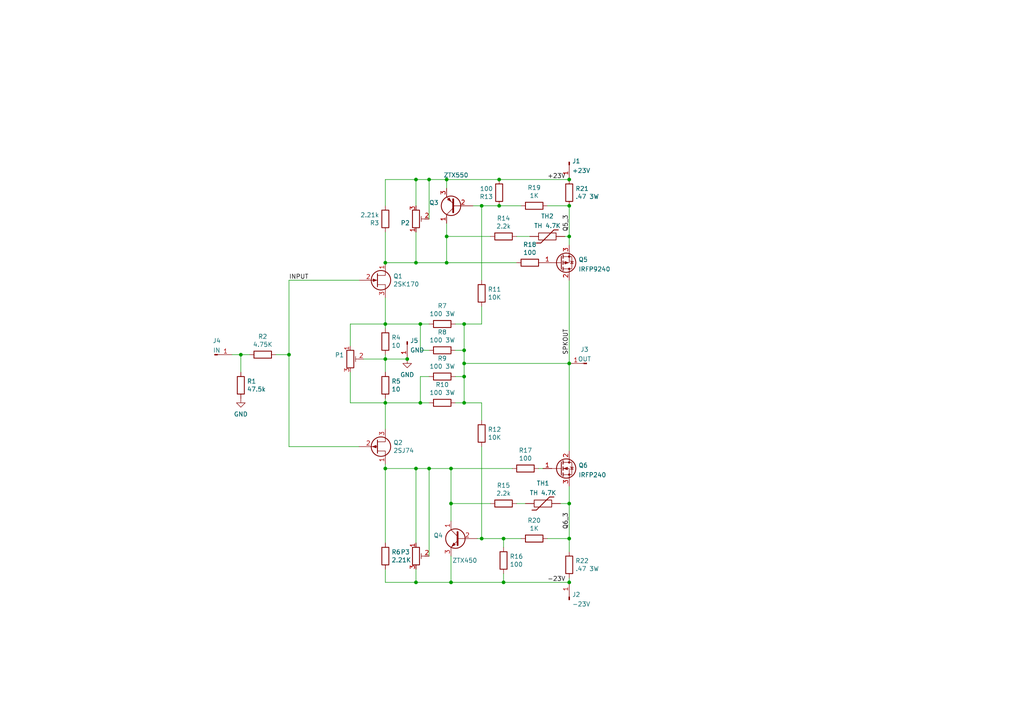
<source format=kicad_sch>
(kicad_sch (version 20211123) (generator eeschema)
  (paper "A4")
  (lib_symbols
    (symbol "Connector:Conn_01x01_Male" (pin_names (offset 1.016) hide)
      (property "Reference" "J" (at 0 2.54 0))
      (property "Value" "Conn_01x01_Male" (at 0 -2.54 0))
      (symbol "Conn_01x01_Male_1_1"
        (polyline (pts (xy 1.27 0) (xy 0.8636 0)) (stroke (width 0.1524)))
        (rectangle (start 0.8636 0.127) (end 0 -0.127) (stroke (width 0.1524)) (fill (type outline)))
        (pin passive line (at 5.08 0 180) (length 3.81) (name "Pin_1") (number "1"))
      )
    )
    (symbol "Device:Q_NJFET_DGS" (pin_names (offset 0) hide)
      (property "Reference" "Q" (at 5.08 1.27 0))
      (property "Value" "Q_NJFET_DGS" (at 5.08 -1.27 0))
      (symbol "Q_NJFET_DGS_0_1"
        (polyline (pts (xy 0.254 1.905) (xy 0.254 -1.905) (xy 0.254 -1.905)) (stroke (width 0.254)))
        (polyline (pts (xy 2.54 -2.54) (xy 2.54 -1.27) (xy 0.254 -1.27)))
        (polyline (pts (xy 2.54 2.54) (xy 2.54 1.397) (xy 0.254 1.397)))
        (polyline (pts (xy 0 0) (xy -1.016 0.381) (xy -1.016 -0.381) (xy 0 0)) (fill (type outline)))
        (circle (center 1.27 0) (radius 2.8194) (stroke (width 0.254)))
      )
      (symbol "Q_NJFET_DGS_1_1"
        (pin passive line (at 2.54 5.08 270) (length 2.54) (name "D") (number "1"))
        (pin input line (at -5.08 0 0) (length 5.334) (name "G") (number "2"))
        (pin passive line (at 2.54 -5.08 90) (length 2.54) (name "S") (number "3"))
      )
    )
    (symbol "Device:Q_NMOS_GDS" (pin_names (offset 0) hide)
      (property "Reference" "Q" (at 5.08 1.27 0))
      (property "Value" "Q_NMOS_GDS" (at 5.08 -1.27 0))
      (symbol "Q_NMOS_GDS_0_1"
        (polyline (pts (xy 0.254 0) (xy -2.54 0)))
        (polyline (pts (xy 0.254 1.905) (xy 0.254 -1.905)) (stroke (width 0.254)))
        (polyline (pts (xy 0.762 -1.27) (xy 0.762 -2.286)) (stroke (width 0.254)))
        (polyline (pts (xy 0.762 0.508) (xy 0.762 -0.508)) (stroke (width 0.254)))
        (polyline (pts (xy 0.762 2.286) (xy 0.762 1.27)) (stroke (width 0.254)))
        (polyline (pts (xy 2.54 2.54) (xy 2.54 1.778)))
        (polyline (pts (xy 2.54 -2.54) (xy 2.54 0) (xy 0.762 0)))
        (polyline (pts (xy 0.762 -1.778) (xy 3.302 -1.778) (xy 3.302 1.778) (xy 0.762 1.778)))
        (polyline (pts (xy 1.016 0) (xy 2.032 0.381) (xy 2.032 -0.381) (xy 1.016 0)) (fill (type outline)))
        (polyline (pts (xy 2.794 0.508) (xy 2.921 0.381) (xy 3.683 0.381) (xy 3.81 0.254)))
        (polyline (pts (xy 3.302 0.381) (xy 2.921 -0.254) (xy 3.683 -0.254) (xy 3.302 0.381)))
        (circle (center 1.651 0) (radius 2.794) (stroke (width 0.254)))
        (circle (center 2.54 -1.778) (radius 0.254) (fill (type outline)))
        (circle (center 2.54 1.778) (radius 0.254) (fill (type outline)))
      )
      (symbol "Q_NMOS_GDS_1_1"
        (pin input line (at -5.08 0 0) (length 2.54) (name "G") (number "1"))
        (pin passive line (at 2.54 5.08 270) (length 2.54) (name "D") (number "2"))
        (pin passive line (at 2.54 -5.08 90) (length 2.54) (name "S") (number "3"))
      )
    )
    (symbol "Device:Q_NPN_CBE" (pin_names (offset 0) hide)
      (property "Reference" "Q" (at 5.08 1.27 0))
      (property "Value" "Q_NPN_CBE" (at 5.08 -1.27 0))
      (symbol "Q_NPN_CBE_0_1"
        (polyline (pts (xy 0.635 0.635) (xy 2.54 2.54)))
        (polyline (pts (xy 0.635 -0.635) (xy 2.54 -2.54) (xy 2.54 -2.54)))
        (polyline (pts (xy 0.635 1.905) (xy 0.635 -1.905) (xy 0.635 -1.905)) (stroke (width 0.508)))
        (polyline (pts (xy 1.27 -1.778) (xy 1.778 -1.27) (xy 2.286 -2.286) (xy 1.27 -1.778) (xy 1.27 -1.778)) (fill (type outline)))
        (circle (center 1.27 0) (radius 2.8194) (stroke (width 0.254)))
      )
      (symbol "Q_NPN_CBE_1_1"
        (pin passive line (at 2.54 5.08 270) (length 2.54) (name "C") (number "1"))
        (pin input line (at -5.08 0 0) (length 5.715) (name "B") (number "2"))
        (pin passive line (at 2.54 -5.08 90) (length 2.54) (name "E") (number "3"))
      )
    )
    (symbol "Device:Q_PJFET_SGD" (pin_names (offset 0) hide)
      (property "Reference" "Q" (at 5.08 1.27 0))
      (property "Value" "Q_PJFET_SGD" (at 5.08 -1.27 0))
      (symbol "Q_PJFET_SGD_0_1"
        (polyline (pts (xy 0.254 1.905) (xy 0.254 -1.905) (xy 0.254 -1.905)) (stroke (width 0.254)))
        (polyline (pts (xy 2.54 -2.54) (xy 2.54 -1.27) (xy 0.254 -1.27)))
        (polyline (pts (xy 2.54 2.54) (xy 2.54 1.397) (xy 0.254 1.397)))
        (polyline (pts (xy -1.143 0) (xy -0.127 0.381) (xy -0.127 -0.381) (xy -1.143 0)) (fill (type outline)))
        (circle (center 1.27 0) (radius 2.8194) (stroke (width 0.254)))
      )
      (symbol "Q_PJFET_SGD_1_1"
        (pin passive line (at 2.54 -5.08 90) (length 2.54) (name "S") (number "1"))
        (pin input line (at -5.08 0 0) (length 5.334) (name "G") (number "2"))
        (pin passive line (at 2.54 5.08 270) (length 2.54) (name "D") (number "3"))
      )
    )
    (symbol "Device:Q_PMOS_GDS" (pin_names (offset 0) hide)
      (property "Reference" "Q" (at 5.08 1.27 0))
      (property "Value" "Q_PMOS_GDS" (at 5.08 -1.27 0))
      (symbol "Q_PMOS_GDS_0_1"
        (polyline (pts (xy 0.254 0) (xy -2.54 0)))
        (polyline (pts (xy 0.254 1.905) (xy 0.254 -1.905)) (stroke (width 0.254)))
        (polyline (pts (xy 0.762 -1.27) (xy 0.762 -2.286)) (stroke (width 0.254)))
        (polyline (pts (xy 0.762 0.508) (xy 0.762 -0.508)) (stroke (width 0.254)))
        (polyline (pts (xy 0.762 2.286) (xy 0.762 1.27)) (stroke (width 0.254)))
        (polyline (pts (xy 2.54 2.54) (xy 2.54 1.778)))
        (polyline (pts (xy 2.54 -2.54) (xy 2.54 0) (xy 0.762 0)))
        (polyline (pts (xy 0.762 1.778) (xy 3.302 1.778) (xy 3.302 -1.778) (xy 0.762 -1.778)))
        (polyline (pts (xy 2.286 0) (xy 1.27 0.381) (xy 1.27 -0.381) (xy 2.286 0)) (fill (type outline)))
        (polyline (pts (xy 2.794 -0.508) (xy 2.921 -0.381) (xy 3.683 -0.381) (xy 3.81 -0.254)))
        (polyline (pts (xy 3.302 -0.381) (xy 2.921 0.254) (xy 3.683 0.254) (xy 3.302 -0.381)))
        (circle (center 1.651 0) (radius 2.794) (stroke (width 0.254)))
        (circle (center 2.54 -1.778) (radius 0.254) (fill (type outline)))
        (circle (center 2.54 1.778) (radius 0.254) (fill (type outline)))
      )
      (symbol "Q_PMOS_GDS_1_1"
        (pin input line (at -5.08 0 0) (length 2.54) (name "G") (number "1"))
        (pin passive line (at 2.54 5.08 270) (length 2.54) (name "D") (number "2"))
        (pin passive line (at 2.54 -5.08 90) (length 2.54) (name "S") (number "3"))
      )
    )
    (symbol "Device:Q_PNP_CBE" (pin_names (offset 0) hide)
      (property "Reference" "Q" (at 5.08 1.27 0))
      (property "Value" "Q_PNP_CBE" (at 5.08 -1.27 0))
      (symbol "Q_PNP_CBE_0_1"
        (polyline (pts (xy 0.635 0.635) (xy 2.54 2.54)))
        (polyline (pts (xy 0.635 -0.635) (xy 2.54 -2.54) (xy 2.54 -2.54)))
        (polyline (pts (xy 0.635 1.905) (xy 0.635 -1.905) (xy 0.635 -1.905)) (stroke (width 0.508)))
        (polyline (pts (xy 2.286 -1.778) (xy 1.778 -2.286) (xy 1.27 -1.27) (xy 2.286 -1.778) (xy 2.286 -1.778)) (fill (type outline)))
        (circle (center 1.27 0) (radius 2.8194) (stroke (width 0.254)))
      )
      (symbol "Q_PNP_CBE_1_1"
        (pin passive line (at 2.54 5.08 270) (length 2.54) (name "C") (number "1"))
        (pin input line (at -5.08 0 0) (length 5.715) (name "B") (number "2"))
        (pin passive line (at 2.54 -5.08 90) (length 2.54) (name "E") (number "3"))
      )
    )
    (symbol "Device:R" (pin_numbers hide) (pin_names (offset 0))
      (property "Reference" "R" (at 2.032 0 90))
      (property "Value" "R" (at 0 0 90))
      (symbol "R_0_1"
        (rectangle (start -1.016 -2.54) (end 1.016 2.54) (stroke (width 0.254)))
      )
      (symbol "R_1_1"
        (pin passive line (at 0 3.81 270) (length 1.27) (name "~") (number "1"))
        (pin passive line (at 0 -3.81 90) (length 1.27) (name "~") (number "2"))
      )
    )
    (symbol "Device:R_POT_TRIM" (pin_names (offset 1.016) hide)
      (property "Reference" "RV" (at -4.445 0 90))
      (property "Value" "Device_R_POT_TRIM" (at -2.54 0 90))
      (symbol "R_POT_TRIM_0_1"
        (polyline (pts (xy 1.524 0.762) (xy 1.524 -0.762)))
        (polyline (pts (xy 2.54 0) (xy 1.524 0)))
        (rectangle (start 1.016 2.54) (end -1.016 -2.54) (stroke (width 0.254)))
      )
      (symbol "R_POT_TRIM_1_1"
        (pin passive line (at 0 3.81 270) (length 1.27) (name "1") (number "1"))
        (pin passive line (at 3.81 0 180) (length 1.27) (name "2") (number "2"))
        (pin passive line (at 0 -3.81 90) (length 1.27) (name "3") (number "3"))
      )
    )
    (symbol "Device:Thermistor" (pin_numbers hide) (pin_names (offset 0))
      (property "Reference" "TH" (at 2.54 1.27 90))
      (property "Value" "Thermistor" (at -2.54 0 90))
      (symbol "Thermistor_0_1"
        (rectangle (start -1.016 2.54) (end 1.016 -2.54) (stroke (width 0.2032)))
        (polyline (pts (xy -1.905 3.175) (xy -1.905 1.905) (xy 1.905 -1.905) (xy 1.905 -3.175) (xy 1.905 -3.175)) (stroke (width 0.254)))
      )
      (symbol "Thermistor_1_1"
        (pin passive line (at 0 5.08 270) (length 2.54) (name "~") (number "1"))
        (pin passive line (at 0 -5.08 90) (length 2.54) (name "~") (number "2"))
      )
    )
    (symbol "power:GND" (power) (pin_names (offset 0))
      (property "Value" "GND" (at 0 -3.81 0))
      (symbol "GND_0_1"
        (polyline (pts (xy 0 0) (xy 0 -1.27) (xy 1.27 -1.27) (xy 0 -2.54) (xy -1.27 -1.27) (xy 0 -1.27)))
      )
      (symbol "GND_1_1"
        (pin power_in line (at 0 0 270) (length 0) hide (name "GND") (number "1"))
      )
    )
  )
  (junction (at 121.92 116.84))
  (junction (at 83.82 102.87))
  (junction (at 165.1 105.41))
  (junction (at 146.05 156.21))
  (junction (at 69.85 102.87))
  (junction (at 144.78 59.69))
  (junction (at 118.11 104.14))
  (junction (at 111.76 104.14))
  (junction (at 129.54 52.07))
  (junction (at 165.1 146.05))
  (junction (at 111.76 76.2))
  (junction (at 165.1 52.07))
  (junction (at 134.62 116.84))
  (junction (at 130.81 168.91))
  (junction (at 139.7 59.69))
  (junction (at 165.1 59.69))
  (junction (at 134.62 93.98))
  (junction (at 120.65 52.07))
  (junction (at 129.54 76.2))
  (junction (at 130.81 135.89))
  (junction (at 111.76 93.98))
  (junction (at 139.7 156.21))
  (junction (at 121.92 93.98))
  (junction (at 124.46 52.07))
  (junction (at 120.65 76.2))
  (junction (at 134.62 105.41))
  (junction (at 146.05 168.91))
  (junction (at 129.54 68.58))
  (junction (at 111.76 116.84))
  (junction (at 124.46 135.89))
  (junction (at 111.76 135.89))
  (junction (at 120.65 168.91))
  (junction (at 134.62 109.22))
  (junction (at 165.1 168.91))
  (junction (at 120.65 135.89))
  (junction (at 130.81 146.05))
  (junction (at 134.62 101.6))
  (junction (at 144.78 52.07))
  (junction (at 165.1 156.21))
  (junction (at 165.1 68.58))
  (wire (pts (xy 104.14 81.28) (xy 83.82 81.28)))
  (wire (pts (xy 111.76 135.89) (xy 111.76 157.48)))
  (wire (pts (xy 130.81 135.89) (xy 130.81 146.05)))
  (wire (pts (xy 111.76 165.1) (xy 111.76 168.91)))
  (wire (pts (xy 146.05 168.91) (xy 165.1 168.91)))
  (wire (pts (xy 83.82 81.28) (xy 83.82 102.87)))
  (wire (pts (xy 121.92 116.84) (xy 124.46 116.84)))
  (wire (pts (xy 111.76 134.62) (xy 111.76 135.89)))
  (wire (pts (xy 111.76 135.89) (xy 120.65 135.89)))
  (wire (pts (xy 146.05 156.21) (xy 151.13 156.21)))
  (wire (pts (xy 149.86 68.58) (xy 153.67 68.58)))
  (wire (pts (xy 129.54 64.77) (xy 129.54 68.58)))
  (wire (pts (xy 101.6 116.84) (xy 111.76 116.84)))
  (wire (pts (xy 69.85 107.95) (xy 69.85 102.87)))
  (wire (pts (xy 130.81 168.91) (xy 146.05 168.91)))
  (wire (pts (xy 120.65 67.31) (xy 120.65 76.2)))
  (wire (pts (xy 134.62 116.84) (xy 132.08 116.84)))
  (wire (pts (xy 129.54 68.58) (xy 142.24 68.58)))
  (wire (pts (xy 139.7 59.69) (xy 139.7 81.28)))
  (wire (pts (xy 139.7 116.84) (xy 134.62 116.84)))
  (wire (pts (xy 162.56 146.05) (xy 165.1 146.05)))
  (wire (pts (xy 67.31 102.87) (xy 69.85 102.87)))
  (wire (pts (xy 130.81 135.89) (xy 148.59 135.89)))
  (wire (pts (xy 144.78 52.07) (xy 165.1 52.07)))
  (wire (pts (xy 152.4 146.05) (xy 149.86 146.05)))
  (wire (pts (xy 134.62 93.98) (xy 134.62 101.6)))
  (wire (pts (xy 120.65 59.69) (xy 120.65 52.07)))
  (wire (pts (xy 121.92 93.98) (xy 121.92 101.6)))
  (wire (pts (xy 121.92 109.22) (xy 124.46 109.22)))
  (wire (pts (xy 165.1 105.41) (xy 165.1 130.81)))
  (wire (pts (xy 111.76 115.57) (xy 111.76 116.84)))
  (wire (pts (xy 134.62 105.41) (xy 134.62 109.22)))
  (wire (pts (xy 129.54 76.2) (xy 149.86 76.2)))
  (wire (pts (xy 165.1 68.58) (xy 165.1 71.12)))
  (wire (pts (xy 139.7 129.54) (xy 139.7 156.21)))
  (wire (pts (xy 124.46 52.07) (xy 129.54 52.07)))
  (wire (pts (xy 120.65 135.89) (xy 124.46 135.89)))
  (wire (pts (xy 120.65 168.91) (xy 130.81 168.91)))
  (wire (pts (xy 101.6 100.33) (xy 101.6 93.98)))
  (wire (pts (xy 111.76 168.91) (xy 120.65 168.91)))
  (wire (pts (xy 111.76 59.69) (xy 111.76 52.07)))
  (wire (pts (xy 111.76 86.36) (xy 111.76 93.98)))
  (wire (pts (xy 134.62 105.41) (xy 165.1 105.41)))
  (wire (pts (xy 124.46 52.07) (xy 124.46 63.5)))
  (wire (pts (xy 124.46 93.98) (xy 121.92 93.98)))
  (wire (pts (xy 111.76 116.84) (xy 111.76 124.46)))
  (wire (pts (xy 83.82 102.87) (xy 83.82 129.54)))
  (wire (pts (xy 121.92 101.6) (xy 124.46 101.6)))
  (wire (pts (xy 111.76 52.07) (xy 120.65 52.07)))
  (wire (pts (xy 111.76 104.14) (xy 111.76 107.95)))
  (wire (pts (xy 120.65 76.2) (xy 129.54 76.2)))
  (wire (pts (xy 129.54 52.07) (xy 144.78 52.07)))
  (wire (pts (xy 132.08 93.98) (xy 134.62 93.98)))
  (wire (pts (xy 101.6 107.95) (xy 101.6 116.84)))
  (wire (pts (xy 69.85 102.87) (xy 72.39 102.87)))
  (wire (pts (xy 139.7 156.21) (xy 146.05 156.21)))
  (wire (pts (xy 146.05 156.21) (xy 146.05 158.75)))
  (wire (pts (xy 134.62 101.6) (xy 134.62 105.41)))
  (wire (pts (xy 124.46 52.07) (xy 120.65 52.07)))
  (wire (pts (xy 165.1 156.21) (xy 165.1 160.02)))
  (wire (pts (xy 139.7 59.69) (xy 144.78 59.69)))
  (wire (pts (xy 163.83 68.58) (xy 165.1 68.58)))
  (wire (pts (xy 158.75 156.21) (xy 165.1 156.21)))
  (wire (pts (xy 120.65 135.89) (xy 120.65 157.48)))
  (wire (pts (xy 138.43 156.21) (xy 139.7 156.21)))
  (wire (pts (xy 156.21 135.89) (xy 157.48 135.89)))
  (wire (pts (xy 105.41 104.14) (xy 111.76 104.14)))
  (wire (pts (xy 132.08 109.22) (xy 134.62 109.22)))
  (wire (pts (xy 101.6 93.98) (xy 111.76 93.98)))
  (wire (pts (xy 124.46 135.89) (xy 130.81 135.89)))
  (wire (pts (xy 129.54 68.58) (xy 129.54 76.2)))
  (wire (pts (xy 121.92 109.22) (xy 121.92 116.84)))
  (wire (pts (xy 111.76 95.25) (xy 111.76 93.98)))
  (wire (pts (xy 146.05 166.37) (xy 146.05 168.91)))
  (wire (pts (xy 130.81 146.05) (xy 130.81 151.13)))
  (wire (pts (xy 111.76 93.98) (xy 121.92 93.98)))
  (wire (pts (xy 80.01 102.87) (xy 83.82 102.87)))
  (wire (pts (xy 165.1 59.69) (xy 165.1 68.58)))
  (wire (pts (xy 139.7 88.9) (xy 139.7 93.98)))
  (wire (pts (xy 165.1 167.64) (xy 165.1 168.91)))
  (wire (pts (xy 144.78 59.69) (xy 151.13 59.69)))
  (wire (pts (xy 165.1 81.28) (xy 165.1 105.41)))
  (wire (pts (xy 111.76 76.2) (xy 120.65 76.2)))
  (wire (pts (xy 139.7 121.92) (xy 139.7 116.84)))
  (wire (pts (xy 130.81 161.29) (xy 130.81 168.91)))
  (wire (pts (xy 111.76 104.14) (xy 118.11 104.14)))
  (wire (pts (xy 111.76 67.31) (xy 111.76 76.2)))
  (wire (pts (xy 111.76 116.84) (xy 121.92 116.84)))
  (wire (pts (xy 158.75 59.69) (xy 165.1 59.69)))
  (wire (pts (xy 134.62 109.22) (xy 134.62 116.84)))
  (wire (pts (xy 83.82 129.54) (xy 104.14 129.54)))
  (wire (pts (xy 132.08 101.6) (xy 134.62 101.6)))
  (wire (pts (xy 165.1 140.97) (xy 165.1 146.05)))
  (wire (pts (xy 139.7 93.98) (xy 134.62 93.98)))
  (wire (pts (xy 129.54 52.07) (xy 129.54 54.61)))
  (wire (pts (xy 111.76 102.87) (xy 111.76 104.14)))
  (wire (pts (xy 137.16 59.69) (xy 139.7 59.69)))
  (wire (pts (xy 165.1 146.05) (xy 165.1 156.21)))
  (wire (pts (xy 120.65 168.91) (xy 120.65 165.1)))
  (wire (pts (xy 124.46 135.89) (xy 124.46 161.29)))
  (wire (pts (xy 130.81 146.05) (xy 142.24 146.05)))
  (label "-23V" (at 158.75 168.91 0))
  (label "Q5_3" (at 165.1 62.23 270))
  (label "+23V" (at 158.75 52.07 0))
  (label "Q6_3" (at 165.1 148.59 270))
  (label "SPKOUT" (at 165.1 102.87 90))
  (label "INPUT" (at 83.82 81.28 0))
  (symbol (lib_id "Connector:Conn_01x01_Male") (at 165.1 46.99 270) (unit 1)
    (property "Reference" "J1" (at 165.9382 46.7165 90) (effects (justify left)))
    (property "Value" "+23V" (at 165.9382 49.4916 90) (effects (justify left)))
    (property "Footprint" "Custom Library:M4_Screw_Terminal" (effects hide))
  )
  (symbol (lib_id "Device:R") (at 111.76 111.76 0) (unit 1)
    (property "Reference" "R5" (at 113.538 110.5916 0) (effects (justify left)))
    (property "Value" "10" (at 113.538 112.903 0) (effects (justify left)))
    (property "Footprint" "Resistor_THT:R_Axial_DIN0207_L6.3mm_D2.5mm_P10.16mm_Horizontal" (effects hide))
  )
  (symbol (lib_id "Device:Thermistor") (at 157.48 146.05 90) (unit 1)
    (property "Reference" "TH1" (at 157.48 140.1785 90))
    (property "Value" "TH 4.7K" (at 157.48 142.9536 90))
    (property "Footprint" "Capacitor_THT:C_Disc_D3.0mm_W2.0mm_P2.50mm" (effects hide))
  )
  (symbol (lib_id "Device:R") (at 154.94 59.69 270) (unit 1)
    (property "Reference" "R19" (at 154.94 54.4322 90))
    (property "Value" "1K" (at 154.94 56.7436 90))
    (property "Footprint" "Resistor_THT:R_Axial_DIN0207_L6.3mm_D2.5mm_P10.16mm_Horizontal" (effects hide))
  )
  (symbol (lib_id "Device:R") (at 76.2 102.87 270) (unit 1)
    (property "Reference" "R2" (at 76.2 97.6122 90))
    (property "Value" "4.75K" (at 76.2 99.9236 90))
    (property "Footprint" "Resistor_THT:R_Axial_DIN0207_L6.3mm_D2.5mm_P10.16mm_Horizontal" (effects hide))
  )
  (symbol (lib_id "Device:R") (at 139.7 85.09 0) (unit 1)
    (property "Reference" "R11" (at 141.478 83.9216 0) (effects (justify left)))
    (property "Value" "10K" (at 141.478 86.233 0) (effects (justify left)))
    (property "Footprint" "Resistor_THT:R_Axial_DIN0207_L6.3mm_D2.5mm_P10.16mm_Horizontal" (effects hide))
  )
  (symbol (lib_id "Device:R") (at 154.94 156.21 270) (unit 1)
    (property "Reference" "R20" (at 154.94 150.9522 90))
    (property "Value" "1K" (at 154.94 153.2636 90))
    (property "Footprint" "Resistor_THT:R_Axial_DIN0207_L6.3mm_D2.5mm_P10.16mm_Horizontal" (effects hide))
  )
  (symbol (lib_id "Device:Q_PNP_CBE") (at 132.08 59.69 180) (unit 1)
    (property "Reference" "Q3" (at 127.2286 58.7815 0) (effects (justify left)))
    (property "Value" "ZTX550" (at 135.89 50.8 0) (effects (justify left)))
    (property "Footprint" "Package_TO_SOT_THT:TO-92L_Wide" (effects hide))
  )
  (symbol (lib_id "Device:Q_NPN_CBE") (at 133.35 156.21 0) (mirror y) (unit 1)
    (property "Reference" "Q4" (at 128.4986 155.3015 0) (effects (justify left)))
    (property "Value" "ZTX450" (at 138.43 162.56 0) (effects (justify left)))
    (property "Footprint" "Package_TO_SOT_THT:TO-92L_Wide" (effects hide))
  )
  (symbol (lib_id "Device:Q_NJFET_DGS") (at 109.22 81.28 0) (unit 1)
    (property "Reference" "Q1" (at 114.046 80.1116 0) (effects (justify left)))
    (property "Value" "2SK170" (at 114.046 82.423 0) (effects (justify left)))
    (property "Footprint" "Package_TO_SOT_THT:TO-92L_Wide" (effects hide))
    (property "Spice_Primitive" "J" (effects hide))
    (property "Spice_Model" "2SK170" (effects hide))
    (property "Spice_Netlist_Enabled" "Y" (effects hide))
    (property "Spice_Lib_File" "F5models.lib" (effects hide))
  )
  (symbol (lib_id "Device:R") (at 165.1 55.88 0) (unit 1)
    (property "Reference" "R21" (at 166.878 54.7116 0) (effects (justify left)))
    (property "Value" ".47 3W" (at 166.878 57.023 0) (effects (justify left)))
    (property "Footprint" "Resistor_THT:R_Axial_DIN0411_L9.9mm_D3.6mm_P15.24mm_Horizontal" (effects hide))
  )
  (symbol (lib_id "Connector:Conn_01x01_Male") (at 62.23 102.87 0) (unit 1)
    (property "Reference" "J4" (at 62.865 98.8273 0))
    (property "Value" "IN" (at 62.865 101.6024 0))
    (property "Footprint" "Custom Library:M4_Screw_Terminal" (effects hide))
  )
  (symbol (lib_id "Device:R") (at 152.4 135.89 270) (unit 1)
    (property "Reference" "R17" (at 152.4 130.6322 90))
    (property "Value" "100" (at 152.4 132.9436 90))
    (property "Footprint" "Resistor_THT:R_Axial_DIN0207_L6.3mm_D2.5mm_P10.16mm_Horizontal" (effects hide))
  )
  (symbol (lib_id "Device:R") (at 165.1 163.83 0) (unit 1)
    (property "Reference" "R22" (at 166.878 162.6616 0) (effects (justify left)))
    (property "Value" ".47 3W" (at 166.878 164.973 0) (effects (justify left)))
    (property "Footprint" "Resistor_THT:R_Axial_DIN0411_L9.9mm_D3.6mm_P15.24mm_Horizontal" (effects hide))
  )
  (symbol (lib_id "Device:R") (at 146.05 146.05 270) (unit 1)
    (property "Reference" "R15" (at 146.05 140.7922 90))
    (property "Value" "2.2k" (at 146.05 143.1036 90))
    (property "Footprint" "Resistor_THT:R_Axial_DIN0207_L6.3mm_D2.5mm_P10.16mm_Horizontal" (effects hide))
  )
  (symbol (lib_id "Device:R") (at 153.67 76.2 270) (unit 1)
    (property "Reference" "R18" (at 153.67 70.9422 90))
    (property "Value" "100" (at 153.67 73.2536 90))
    (property "Footprint" "Resistor_THT:R_Axial_DIN0207_L6.3mm_D2.5mm_P10.16mm_Horizontal" (effects hide))
  )
  (symbol (lib_id "Device:R_POT_TRIM") (at 101.6 104.14 0) (unit 1)
    (property "Reference" "P1" (at 99.822 102.9716 0) (effects (justify right)))
    (property "Value" "200" (effects hide))
    (property "Footprint" "Custom Library:TRIM_3362P-1-103" (effects hide))
    (property "Spice_Primitive" "X" (effects hide))
    (property "Spice_Model" "RPOT value=200 ratio=0.85" (at 110.49 109.22 0) (effects (justify right)))
    (property "Spice_Netlist_Enabled" "Y" (effects hide))
    (property "Spice_Lib_File" "F5models.lib" (effects hide))
  )
  (symbol (lib_id "Device:R") (at 111.76 161.29 0) (unit 1)
    (property "Reference" "R6" (at 113.538 160.1216 0) (effects (justify left)))
    (property "Value" "2.21K" (at 113.538 162.433 0) (effects (justify left)))
    (property "Footprint" "Resistor_THT:R_Axial_DIN0207_L6.3mm_D2.5mm_P10.16mm_Horizontal" (effects hide))
  )
  (symbol (lib_id "Connector:Conn_01x01_Male") (at 165.1 173.99 90) (unit 1)
    (property "Reference" "J2" (at 165.9382 172.4465 90) (effects (justify right)))
    (property "Value" "-23V" (at 165.9382 175.2216 90) (effects (justify right)))
    (property "Footprint" "Custom Library:M4_Screw_Terminal" (effects hide))
  )
  (symbol (lib_id "Device:R") (at 146.05 68.58 270) (unit 1)
    (property "Reference" "R14" (at 146.05 63.3222 90))
    (property "Value" "2.2k" (at 146.05 65.6336 90))
    (property "Footprint" "Resistor_THT:R_Axial_DIN0207_L6.3mm_D2.5mm_P10.16mm_Horizontal" (effects hide))
  )
  (symbol (lib_id "Device:Q_PJFET_SGD") (at 109.22 129.54 0) (unit 1)
    (property "Reference" "Q2" (at 114.0714 128.3716 0) (effects (justify left)))
    (property "Value" "2SJ74" (at 114.0714 130.683 0) (effects (justify left)))
    (property "Footprint" "Package_TO_SOT_THT:TO-92L_Wide" (effects hide))
    (property "Spice_Primitive" "J" (effects hide))
    (property "Spice_Model" "2SJ74" (effects hide))
    (property "Spice_Netlist_Enabled" "Y" (effects hide))
    (property "Spice_Lib_File" "F5models.lib" (effects hide))
  )
  (symbol (lib_id "Device:Q_NMOS_GDS") (at 162.56 135.89 0) (unit 1)
    (property "Reference" "Q6" (at 167.767 134.9815 0) (effects (justify left)))
    (property "Value" "IRFP240" (at 167.767 137.7566 0) (effects (justify left)))
    (property "Footprint" "Package_TO_SOT_THT:TO-247-3_Vertical" (effects hide))
  )
  (symbol (lib_id "Connector:Conn_01x01_Male") (at 170.18 105.41 180) (unit 1)
    (property "Reference" "J3" (at 169.545 101.3673 0))
    (property "Value" "OUT" (at 169.545 104.1424 0))
    (property "Footprint" "Custom Library:M4_Screw_Terminal" (effects hide))
  )
  (symbol (lib_id "Device:R_POT_TRIM") (at 120.65 161.29 0) (unit 1)
    (property "Reference" "P3" (at 118.8974 160.1216 0) (effects (justify right)))
    (property "Value" "5k" (effects hide))
    (property "Footprint" "Custom Library:TRIM_3362P-1-103" (effects hide))
    (property "Spice_Primitive" "X" (effects hide))
    (property "Spice_Model" "RPOT value=5k ratio=0.15" (at 133.35 171.45 0) (effects (justify right)))
    (property "Spice_Netlist_Enabled" "Y" (effects hide))
    (property "Spice_Lib_File" "F5models.lib" (effects hide))
  )
  (symbol (lib_id "Device:R") (at 128.27 109.22 270) (unit 1)
    (property "Reference" "R9" (at 128.27 103.9622 90))
    (property "Value" "100 3W" (at 128.27 106.2736 90))
    (property "Footprint" "Resistor_THT:R_Axial_DIN0411_L9.9mm_D3.6mm_P15.24mm_Horizontal" (effects hide))
  )
  (symbol (lib_id "Device:R") (at 139.7 125.73 0) (unit 1)
    (property "Reference" "R12" (at 141.478 124.5616 0) (effects (justify left)))
    (property "Value" "10K" (at 141.478 126.873 0) (effects (justify left)))
    (property "Footprint" "Resistor_THT:R_Axial_DIN0207_L6.3mm_D2.5mm_P10.16mm_Horizontal" (effects hide))
  )
  (symbol (lib_id "Device:R") (at 144.78 55.88 180) (unit 1)
    (property "Reference" "R13" (at 143.002 57.0484 0) (effects (justify left)))
    (property "Value" "100" (at 143.002 54.737 0) (effects (justify left)))
    (property "Footprint" "Resistor_THT:R_Axial_DIN0207_L6.3mm_D2.5mm_P10.16mm_Horizontal" (effects hide))
  )
  (symbol (lib_id "Device:Thermistor") (at 158.75 68.58 90) (unit 1)
    (property "Reference" "TH2" (at 158.75 62.7085 90))
    (property "Value" "TH 4.7K" (at 158.75 65.4836 90))
    (property "Footprint" "Capacitor_THT:C_Disc_D3.0mm_W2.0mm_P2.50mm" (effects hide))
  )
  (symbol (lib_id "Device:R") (at 128.27 101.6 270) (unit 1)
    (property "Reference" "R8" (at 128.27 96.3422 90))
    (property "Value" "100 3W" (at 128.27 98.6536 90))
    (property "Footprint" "Resistor_THT:R_Axial_DIN0411_L9.9mm_D3.6mm_P15.24mm_Horizontal" (effects hide))
  )
  (symbol (lib_id "Device:R") (at 128.27 93.98 270) (unit 1)
    (property "Reference" "R7" (at 128.27 88.7222 90))
    (property "Value" "100 3W" (at 128.27 91.0336 90))
    (property "Footprint" "Resistor_THT:R_Axial_DIN0411_L9.9mm_D3.6mm_P15.24mm_Horizontal" (effects hide))
  )
  (symbol (lib_id "Device:R_POT_TRIM") (at 120.65 63.5 0) (mirror x) (unit 1)
    (property "Reference" "P2" (at 118.8974 64.6684 0) (effects (justify right)))
    (property "Value" "5K" (effects hide))
    (property "Footprint" "Custom Library:TRIM_3362P-1-103" (effects hide))
    (property "Spice_Primitive" "X" (effects hide))
    (property "Spice_Model" "RPOT value=5k ratio=0.15" (at 118.11 58.42 0) (effects (justify right)))
    (property "Spice_Netlist_Enabled" "Y" (effects hide))
    (property "Spice_Lib_File" "F5models.lib" (effects hide))
  )
  (symbol (lib_id "Device:R") (at 69.85 111.76 0) (unit 1)
    (property "Reference" "R1" (at 71.628 110.5916 0) (effects (justify left)))
    (property "Value" "47.5k" (at 71.628 112.903 0) (effects (justify left)))
    (property "Footprint" "Resistor_THT:R_Axial_DIN0207_L6.3mm_D2.5mm_P10.16mm_Horizontal" (effects hide))
  )
  (symbol (lib_id "power:GND") (at 118.11 104.14 0) (unit 1)
    (property "Reference" "#PWR0102" (effects hide))
    (property "Value" "GND" (at 118.11 108.7025 0))
  )
  (symbol (lib_id "power:GND") (at 69.85 115.57 0) (unit 1)
    (property "Reference" "#PWR0101" (effects hide))
    (property "Value" "GND" (at 69.85 120.1325 0))
  )
  (symbol (lib_id "Device:R") (at 146.05 162.56 0) (unit 1)
    (property "Reference" "R16" (at 147.828 161.3916 0) (effects (justify left)))
    (property "Value" "100" (at 147.828 163.703 0) (effects (justify left)))
    (property "Footprint" "Resistor_THT:R_Axial_DIN0207_L6.3mm_D2.5mm_P10.16mm_Horizontal" (effects hide))
  )
  (symbol (lib_id "Device:R") (at 111.76 63.5 180) (unit 1)
    (property "Reference" "R3" (at 109.982 64.6684 0) (effects (justify left)))
    (property "Value" "2.21k" (at 109.982 62.357 0) (effects (justify left)))
    (property "Footprint" "Resistor_THT:R_Axial_DIN0207_L6.3mm_D2.5mm_P10.16mm_Horizontal" (effects hide))
  )
  (symbol (lib_id "Device:Q_PMOS_GDS") (at 162.56 76.2 0) (mirror x) (unit 1)
    (property "Reference" "Q5" (at 167.767 75.2915 0) (effects (justify left)))
    (property "Value" "IRFP9240" (at 167.767 78.0666 0) (effects (justify left)))
    (property "Footprint" "Package_TO_SOT_THT:TO-247-3_Vertical" (effects hide))
  )
  (symbol (lib_id "Connector:Conn_01x01_Male") (at 118.11 99.06 270) (unit 1)
    (property "Reference" "J5" (at 118.9482 98.7865 90) (effects (justify left)))
    (property "Value" "GND" (at 118.9482 101.5616 90) (effects (justify left)))
    (property "Footprint" "Custom Library:M4_Screw_Terminal" (effects hide))
  )
  (symbol (lib_id "Device:R") (at 111.76 99.06 0) (unit 1)
    (property "Reference" "R4" (at 113.538 97.8916 0) (effects (justify left)))
    (property "Value" "10" (at 113.538 100.203 0) (effects (justify left)))
    (property "Footprint" "Resistor_THT:R_Axial_DIN0207_L6.3mm_D2.5mm_P10.16mm_Horizontal" (effects hide))
  )
  (symbol (lib_id "Device:R") (at 128.27 116.84 270) (unit 1)
    (property "Reference" "R10" (at 128.27 111.5822 90))
    (property "Value" "100 3W" (at 128.27 113.8936 90))
    (property "Footprint" "Resistor_THT:R_Axial_DIN0411_L9.9mm_D3.6mm_P15.24mm_Horizontal" (effects hide))
  )
)
</source>
